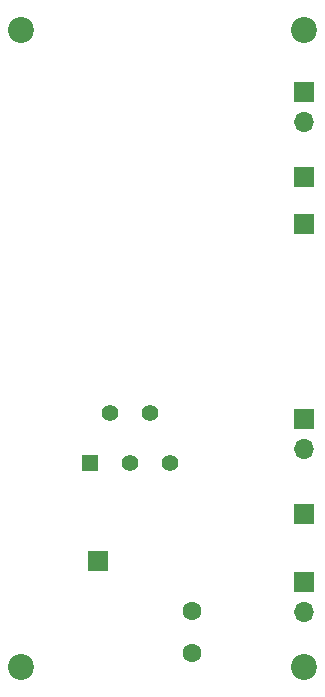
<source format=gbs>
%TF.GenerationSoftware,KiCad,Pcbnew,8.0.2*%
%TF.CreationDate,2024-06-04T16:14:46-04:00*%
%TF.ProjectId,Power Supply,506f7765-7220-4537-9570-706c792e6b69,rev?*%
%TF.SameCoordinates,Original*%
%TF.FileFunction,Soldermask,Bot*%
%TF.FilePolarity,Negative*%
%FSLAX46Y46*%
G04 Gerber Fmt 4.6, Leading zero omitted, Abs format (unit mm)*
G04 Created by KiCad (PCBNEW 8.0.2) date 2024-06-04 16:14:46*
%MOMM*%
%LPD*%
G01*
G04 APERTURE LIST*
%ADD10C,2.200000*%
%ADD11C,1.600000*%
%ADD12R,1.700000X1.700000*%
%ADD13O,1.700000X1.700000*%
%ADD14C,1.397000*%
%ADD15R,1.397000X1.397000*%
G04 APERTURE END LIST*
D10*
%TO.C,H3*%
X142000000Y-115500000D03*
%TD*%
D11*
%TO.C,C1*%
X156500000Y-114250000D03*
X156500000Y-110750000D03*
%TD*%
D12*
%TO.C,Div*%
X166000000Y-102500000D03*
%TD*%
D10*
%TO.C,H4*%
X166000000Y-115500000D03*
%TD*%
D13*
%TO.C,5V*%
X166025000Y-97000000D03*
D12*
X166025000Y-94460000D03*
%TD*%
D13*
%TO.C,J3*%
X166025000Y-110790000D03*
D12*
X166025000Y-108250000D03*
%TD*%
%TO.C,Div*%
X166000000Y-78000000D03*
%TD*%
D13*
%TO.C,3.3V*%
X166000000Y-69290000D03*
D12*
X166000000Y-66750000D03*
%TD*%
D10*
%TO.C,H1*%
X142000000Y-61500000D03*
%TD*%
D14*
%TO.C,U1*%
X154630400Y-98191000D03*
X152928600Y-94000000D03*
X151226800Y-98191000D03*
X149525000Y-94000000D03*
D15*
X147823200Y-98191000D03*
%TD*%
D10*
%TO.C,H2*%
X166000000Y-61500000D03*
%TD*%
D12*
%TO.C,+6*%
X148500000Y-106500000D03*
%TD*%
%TO.C,GND*%
X166000000Y-74000000D03*
%TD*%
M02*

</source>
